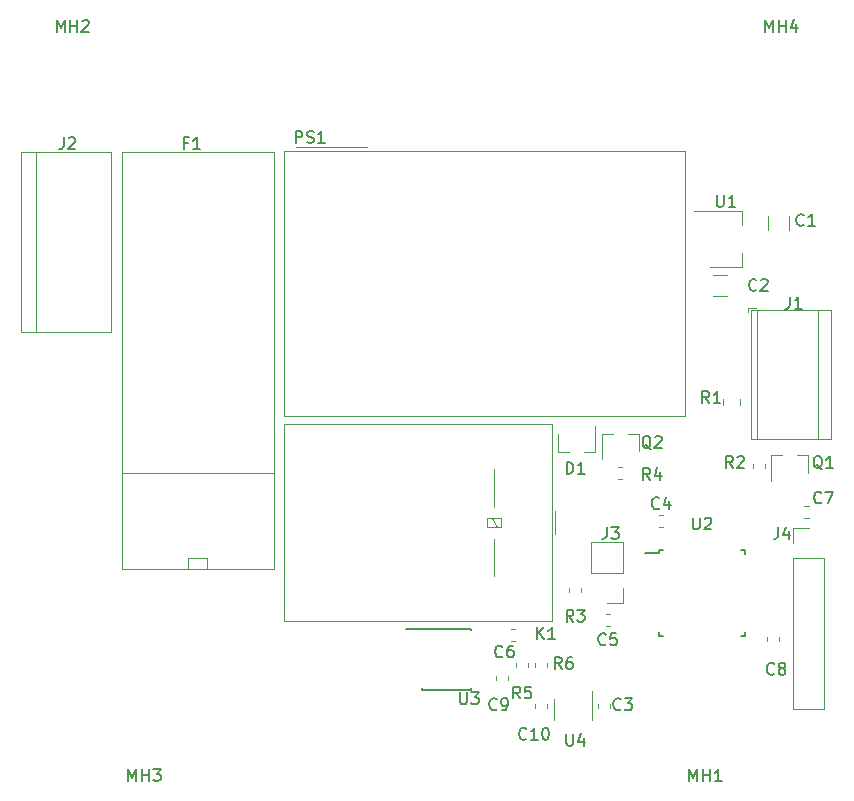
<source format=gto>
G04 #@! TF.GenerationSoftware,KiCad,Pcbnew,(5.0.0)*
G04 #@! TF.CreationDate,2019-01-27T17:49:07+01:00*
G04 #@! TF.ProjectId,HeaterControlIndication,486561746572436F6E74726F6C496E64,rev?*
G04 #@! TF.SameCoordinates,Original*
G04 #@! TF.FileFunction,Legend,Top*
G04 #@! TF.FilePolarity,Positive*
%FSLAX46Y46*%
G04 Gerber Fmt 4.6, Leading zero omitted, Abs format (unit mm)*
G04 Created by KiCad (PCBNEW (5.0.0)) date 01/27/19 17:49:07*
%MOMM*%
%LPD*%
G01*
G04 APERTURE LIST*
%ADD10C,0.120000*%
%ADD11C,0.150000*%
G04 APERTURE END LIST*
D10*
G04 #@! TO.C,C1*
X180603000Y-76276364D02*
X180603000Y-75072236D01*
X178783000Y-76276364D02*
X178783000Y-75072236D01*
G04 #@! TO.C,C2*
X174137936Y-80098300D02*
X175342064Y-80098300D01*
X174137936Y-81918300D02*
X175342064Y-81918300D01*
G04 #@! TO.C,C3*
X164428100Y-116461833D02*
X164428100Y-116804367D01*
X165448100Y-116461833D02*
X165448100Y-116804367D01*
G04 #@! TO.C,C4*
X169590293Y-100397960D02*
X169932827Y-100397960D01*
X169590293Y-101417960D02*
X169932827Y-101417960D01*
G04 #@! TO.C,C5*
X165072933Y-108769800D02*
X165415467Y-108769800D01*
X165072933Y-109789800D02*
X165415467Y-109789800D01*
G04 #@! TO.C,C6*
X157385267Y-111109300D02*
X157042733Y-111109300D01*
X157385267Y-110089300D02*
X157042733Y-110089300D01*
G04 #@! TO.C,C7*
X182246747Y-99630880D02*
X181904213Y-99630880D01*
X182246747Y-100650880D02*
X181904213Y-100650880D01*
G04 #@! TO.C,C8*
X178700360Y-111076667D02*
X178700360Y-110734133D01*
X179720360Y-111076667D02*
X179720360Y-110734133D01*
G04 #@! TO.C,C9*
X155804800Y-114098333D02*
X155804800Y-114440867D01*
X156824800Y-114098333D02*
X156824800Y-114440867D01*
G04 #@! TO.C,C10*
X159106800Y-116449133D02*
X159106800Y-116791667D01*
X160126800Y-116449133D02*
X160126800Y-116791667D01*
G04 #@! TO.C,D1*
X161044200Y-95065200D02*
X161044200Y-93605200D01*
X164204200Y-95065200D02*
X164204200Y-92905200D01*
X164204200Y-95065200D02*
X163274200Y-95065200D01*
X161044200Y-95065200D02*
X161974200Y-95065200D01*
G04 #@! TO.C,F1*
X131344000Y-104968300D02*
X131344000Y-104068300D01*
X131344000Y-104068300D02*
X129744000Y-104068300D01*
X129744000Y-104068300D02*
X129744000Y-104968300D01*
X136944000Y-96868300D02*
X124144000Y-96868300D01*
X136964000Y-69678300D02*
X136964000Y-105018300D01*
X136964000Y-69678300D02*
X124124000Y-69678300D01*
X124124000Y-105018300D02*
X136964000Y-105018300D01*
X124124000Y-105018300D02*
X124124000Y-69678300D01*
G04 #@! TO.C,J1*
X177912621Y-83112219D02*
X177912621Y-93973219D01*
X183012621Y-83112219D02*
X183012621Y-93973219D01*
X184132621Y-83112219D02*
X184132621Y-93973219D01*
X177392621Y-83112219D02*
X177392621Y-93973219D01*
X184132621Y-83112219D02*
X177392621Y-83112219D01*
X184132621Y-93973219D02*
X177392621Y-93973219D01*
X177792621Y-82872219D02*
X177152621Y-82872219D01*
X177152621Y-82872219D02*
X177152621Y-83272219D01*
G04 #@! TO.C,J2*
X115573200Y-69719300D02*
X123193200Y-69719300D01*
X115573200Y-84959300D02*
X123193200Y-84959300D01*
X116843200Y-69719300D02*
X116843200Y-84959300D01*
X123193200Y-69719300D02*
X123193200Y-84959300D01*
X115573200Y-69719300D02*
X115573200Y-84959300D01*
G04 #@! TO.C,J3*
X166529720Y-102717400D02*
X163869720Y-102717400D01*
X166529720Y-105317400D02*
X166529720Y-102717400D01*
X163869720Y-105317400D02*
X163869720Y-102717400D01*
X166529720Y-105317400D02*
X163869720Y-105317400D01*
X166529720Y-106587400D02*
X166529720Y-107917400D01*
X166529720Y-107917400D02*
X165199720Y-107917400D01*
G04 #@! TO.C,J4*
X180923280Y-116858200D02*
X183583280Y-116858200D01*
X180923280Y-104098200D02*
X180923280Y-116858200D01*
X183583280Y-104098200D02*
X183583280Y-116858200D01*
X180923280Y-104098200D02*
X183583280Y-104098200D01*
X180923280Y-102828200D02*
X180923280Y-101498200D01*
X180923280Y-101498200D02*
X182253280Y-101498200D01*
G04 #@! TO.C,K1*
X137799000Y-109424300D02*
X160499000Y-109424300D01*
X160499000Y-109424300D02*
X160499000Y-92724300D01*
X160499000Y-92724300D02*
X137799000Y-92724300D01*
X137799000Y-92724300D02*
X137799000Y-109424300D01*
X155449000Y-100724300D02*
X155849000Y-101424300D01*
X155049000Y-101424300D02*
X156249000Y-101424300D01*
X156249000Y-101424300D02*
X156249000Y-100724300D01*
X156249000Y-100724300D02*
X155049000Y-100724300D01*
X155049000Y-100724300D02*
X155049000Y-101424300D01*
X160759000Y-100074300D02*
X160759000Y-102074300D01*
X155649000Y-96574300D02*
X155649000Y-99724300D01*
X155649000Y-102424300D02*
X155649000Y-105574300D01*
G04 #@! TO.C,PS1*
X137861000Y-92081300D02*
X137861000Y-69641300D01*
X171801000Y-69641300D02*
X171801000Y-92081300D01*
X137861000Y-69641300D02*
X171801000Y-69641300D01*
X137861000Y-92081300D02*
X171801000Y-92081300D01*
X138831000Y-69311300D02*
X144831000Y-69311300D01*
G04 #@! TO.C,Q1*
X182215300Y-95388000D02*
X181285300Y-95388000D01*
X179055300Y-95388000D02*
X179985300Y-95388000D01*
X179055300Y-95388000D02*
X179055300Y-97548000D01*
X182215300Y-95388000D02*
X182215300Y-96848000D01*
G04 #@! TO.C,Q2*
X167887200Y-93545200D02*
X166957200Y-93545200D01*
X164727200Y-93545200D02*
X165657200Y-93545200D01*
X164727200Y-93545200D02*
X164727200Y-95705200D01*
X167887200Y-93545200D02*
X167887200Y-95005200D01*
G04 #@! TO.C,R1*
X176417700Y-90587148D02*
X176417700Y-91109652D01*
X174997700Y-90587148D02*
X174997700Y-91109652D01*
G04 #@! TO.C,R2*
X178531640Y-96466587D02*
X178531640Y-96124053D01*
X177511640Y-96466587D02*
X177511640Y-96124053D01*
G04 #@! TO.C,R3*
X162976680Y-106590093D02*
X162976680Y-106932627D01*
X161956680Y-106590093D02*
X161956680Y-106932627D01*
G04 #@! TO.C,R4*
X166124433Y-96387300D02*
X166466967Y-96387300D01*
X166124433Y-97407300D02*
X166466967Y-97407300D01*
G04 #@! TO.C,R5*
X157493900Y-113285167D02*
X157493900Y-112942633D01*
X158513900Y-113285167D02*
X158513900Y-112942633D01*
G04 #@! TO.C,R6*
X160126800Y-113285167D02*
X160126800Y-112942633D01*
X159106800Y-113285167D02*
X159106800Y-112942633D01*
G04 #@! TO.C,U1*
X176570800Y-78271300D02*
X176570800Y-79471300D01*
X176570800Y-79471300D02*
X173870800Y-79471300D01*
X172570800Y-74671300D02*
X176570800Y-74671300D01*
X176570800Y-74671300D02*
X176570800Y-75871300D01*
D11*
G04 #@! TO.C,U2*
X169585920Y-103415760D02*
X169585920Y-103640760D01*
X176835920Y-103415760D02*
X176835920Y-103715760D01*
X176835920Y-110665760D02*
X176835920Y-110365760D01*
X169585920Y-110665760D02*
X169585920Y-110365760D01*
X169585920Y-103415760D02*
X169885920Y-103415760D01*
X169585920Y-110665760D02*
X169885920Y-110665760D01*
X176835920Y-110665760D02*
X176535920Y-110665760D01*
X176835920Y-103415760D02*
X176535920Y-103415760D01*
X169585920Y-103640760D02*
X168360920Y-103640760D01*
G04 #@! TO.C,U3*
X149551000Y-110056300D02*
X149551000Y-110106300D01*
X153701000Y-110056300D02*
X153701000Y-110201300D01*
X153701000Y-115206300D02*
X153701000Y-115061300D01*
X149551000Y-115206300D02*
X149551000Y-115061300D01*
X149551000Y-110056300D02*
X153701000Y-110056300D01*
X149551000Y-115206300D02*
X153701000Y-115206300D01*
X149551000Y-110106300D02*
X148151000Y-110106300D01*
D10*
G04 #@! TO.C,U4*
X160686500Y-115987100D02*
X160686500Y-117787100D01*
X163906500Y-117787100D02*
X163906500Y-115337100D01*
G04 #@! TO.C,C1*
D11*
X181833333Y-75857142D02*
X181785714Y-75904761D01*
X181642857Y-75952380D01*
X181547619Y-75952380D01*
X181404761Y-75904761D01*
X181309523Y-75809523D01*
X181261904Y-75714285D01*
X181214285Y-75523809D01*
X181214285Y-75380952D01*
X181261904Y-75190476D01*
X181309523Y-75095238D01*
X181404761Y-75000000D01*
X181547619Y-74952380D01*
X181642857Y-74952380D01*
X181785714Y-75000000D01*
X181833333Y-75047619D01*
X182785714Y-75952380D02*
X182214285Y-75952380D01*
X182500000Y-75952380D02*
X182500000Y-74952380D01*
X182404761Y-75095238D01*
X182309523Y-75190476D01*
X182214285Y-75238095D01*
G04 #@! TO.C,C2*
X177833333Y-81357142D02*
X177785714Y-81404761D01*
X177642857Y-81452380D01*
X177547619Y-81452380D01*
X177404761Y-81404761D01*
X177309523Y-81309523D01*
X177261904Y-81214285D01*
X177214285Y-81023809D01*
X177214285Y-80880952D01*
X177261904Y-80690476D01*
X177309523Y-80595238D01*
X177404761Y-80500000D01*
X177547619Y-80452380D01*
X177642857Y-80452380D01*
X177785714Y-80500000D01*
X177833333Y-80547619D01*
X178214285Y-80547619D02*
X178261904Y-80500000D01*
X178357142Y-80452380D01*
X178595238Y-80452380D01*
X178690476Y-80500000D01*
X178738095Y-80547619D01*
X178785714Y-80642857D01*
X178785714Y-80738095D01*
X178738095Y-80880952D01*
X178166666Y-81452380D01*
X178785714Y-81452380D01*
G04 #@! TO.C,C3*
X166333333Y-116857142D02*
X166285714Y-116904761D01*
X166142857Y-116952380D01*
X166047619Y-116952380D01*
X165904761Y-116904761D01*
X165809523Y-116809523D01*
X165761904Y-116714285D01*
X165714285Y-116523809D01*
X165714285Y-116380952D01*
X165761904Y-116190476D01*
X165809523Y-116095238D01*
X165904761Y-116000000D01*
X166047619Y-115952380D01*
X166142857Y-115952380D01*
X166285714Y-116000000D01*
X166333333Y-116047619D01*
X166666666Y-115952380D02*
X167285714Y-115952380D01*
X166952380Y-116333333D01*
X167095238Y-116333333D01*
X167190476Y-116380952D01*
X167238095Y-116428571D01*
X167285714Y-116523809D01*
X167285714Y-116761904D01*
X167238095Y-116857142D01*
X167190476Y-116904761D01*
X167095238Y-116952380D01*
X166809523Y-116952380D01*
X166714285Y-116904761D01*
X166666666Y-116857142D01*
G04 #@! TO.C,C4*
X169594893Y-99835102D02*
X169547274Y-99882721D01*
X169404417Y-99930340D01*
X169309179Y-99930340D01*
X169166321Y-99882721D01*
X169071083Y-99787483D01*
X169023464Y-99692245D01*
X168975845Y-99501769D01*
X168975845Y-99358912D01*
X169023464Y-99168436D01*
X169071083Y-99073198D01*
X169166321Y-98977960D01*
X169309179Y-98930340D01*
X169404417Y-98930340D01*
X169547274Y-98977960D01*
X169594893Y-99025579D01*
X170452036Y-99263674D02*
X170452036Y-99930340D01*
X170213940Y-98882721D02*
X169975845Y-99597007D01*
X170594893Y-99597007D01*
G04 #@! TO.C,C5*
X165077533Y-111357142D02*
X165029914Y-111404761D01*
X164887057Y-111452380D01*
X164791819Y-111452380D01*
X164648961Y-111404761D01*
X164553723Y-111309523D01*
X164506104Y-111214285D01*
X164458485Y-111023809D01*
X164458485Y-110880952D01*
X164506104Y-110690476D01*
X164553723Y-110595238D01*
X164648961Y-110500000D01*
X164791819Y-110452380D01*
X164887057Y-110452380D01*
X165029914Y-110500000D01*
X165077533Y-110547619D01*
X165982295Y-110452380D02*
X165506104Y-110452380D01*
X165458485Y-110928571D01*
X165506104Y-110880952D01*
X165601342Y-110833333D01*
X165839438Y-110833333D01*
X165934676Y-110880952D01*
X165982295Y-110928571D01*
X166029914Y-111023809D01*
X166029914Y-111261904D01*
X165982295Y-111357142D01*
X165934676Y-111404761D01*
X165839438Y-111452380D01*
X165601342Y-111452380D01*
X165506104Y-111404761D01*
X165458485Y-111357142D01*
G04 #@! TO.C,C6*
X156333333Y-112386442D02*
X156285714Y-112434061D01*
X156142857Y-112481680D01*
X156047619Y-112481680D01*
X155904761Y-112434061D01*
X155809523Y-112338823D01*
X155761904Y-112243585D01*
X155714285Y-112053109D01*
X155714285Y-111910252D01*
X155761904Y-111719776D01*
X155809523Y-111624538D01*
X155904761Y-111529300D01*
X156047619Y-111481680D01*
X156142857Y-111481680D01*
X156285714Y-111529300D01*
X156333333Y-111576919D01*
X157190476Y-111481680D02*
X157000000Y-111481680D01*
X156904761Y-111529300D01*
X156857142Y-111576919D01*
X156761904Y-111719776D01*
X156714285Y-111910252D01*
X156714285Y-112291204D01*
X156761904Y-112386442D01*
X156809523Y-112434061D01*
X156904761Y-112481680D01*
X157095238Y-112481680D01*
X157190476Y-112434061D01*
X157238095Y-112386442D01*
X157285714Y-112291204D01*
X157285714Y-112053109D01*
X157238095Y-111957871D01*
X157190476Y-111910252D01*
X157095238Y-111862633D01*
X156904761Y-111862633D01*
X156809523Y-111910252D01*
X156761904Y-111957871D01*
X156714285Y-112053109D01*
G04 #@! TO.C,C7*
X183333333Y-99357142D02*
X183285714Y-99404761D01*
X183142857Y-99452380D01*
X183047619Y-99452380D01*
X182904761Y-99404761D01*
X182809523Y-99309523D01*
X182761904Y-99214285D01*
X182714285Y-99023809D01*
X182714285Y-98880952D01*
X182761904Y-98690476D01*
X182809523Y-98595238D01*
X182904761Y-98500000D01*
X183047619Y-98452380D01*
X183142857Y-98452380D01*
X183285714Y-98500000D01*
X183333333Y-98547619D01*
X183666666Y-98452380D02*
X184333333Y-98452380D01*
X183904761Y-99452380D01*
G04 #@! TO.C,C8*
X179333333Y-113857142D02*
X179285714Y-113904761D01*
X179142857Y-113952380D01*
X179047619Y-113952380D01*
X178904761Y-113904761D01*
X178809523Y-113809523D01*
X178761904Y-113714285D01*
X178714285Y-113523809D01*
X178714285Y-113380952D01*
X178761904Y-113190476D01*
X178809523Y-113095238D01*
X178904761Y-113000000D01*
X179047619Y-112952380D01*
X179142857Y-112952380D01*
X179285714Y-113000000D01*
X179333333Y-113047619D01*
X179904761Y-113380952D02*
X179809523Y-113333333D01*
X179761904Y-113285714D01*
X179714285Y-113190476D01*
X179714285Y-113142857D01*
X179761904Y-113047619D01*
X179809523Y-113000000D01*
X179904761Y-112952380D01*
X180095238Y-112952380D01*
X180190476Y-113000000D01*
X180238095Y-113047619D01*
X180285714Y-113142857D01*
X180285714Y-113190476D01*
X180238095Y-113285714D01*
X180190476Y-113333333D01*
X180095238Y-113380952D01*
X179904761Y-113380952D01*
X179809523Y-113428571D01*
X179761904Y-113476190D01*
X179714285Y-113571428D01*
X179714285Y-113761904D01*
X179761904Y-113857142D01*
X179809523Y-113904761D01*
X179904761Y-113952380D01*
X180095238Y-113952380D01*
X180190476Y-113904761D01*
X180238095Y-113857142D01*
X180285714Y-113761904D01*
X180285714Y-113571428D01*
X180238095Y-113476190D01*
X180190476Y-113428571D01*
X180095238Y-113380952D01*
G04 #@! TO.C,C9*
X155833333Y-116857142D02*
X155785714Y-116904761D01*
X155642857Y-116952380D01*
X155547619Y-116952380D01*
X155404761Y-116904761D01*
X155309523Y-116809523D01*
X155261904Y-116714285D01*
X155214285Y-116523809D01*
X155214285Y-116380952D01*
X155261904Y-116190476D01*
X155309523Y-116095238D01*
X155404761Y-116000000D01*
X155547619Y-115952380D01*
X155642857Y-115952380D01*
X155785714Y-116000000D01*
X155833333Y-116047619D01*
X156309523Y-116952380D02*
X156500000Y-116952380D01*
X156595238Y-116904761D01*
X156642857Y-116857142D01*
X156738095Y-116714285D01*
X156785714Y-116523809D01*
X156785714Y-116142857D01*
X156738095Y-116047619D01*
X156690476Y-116000000D01*
X156595238Y-115952380D01*
X156404761Y-115952380D01*
X156309523Y-116000000D01*
X156261904Y-116047619D01*
X156214285Y-116142857D01*
X156214285Y-116380952D01*
X156261904Y-116476190D01*
X156309523Y-116523809D01*
X156404761Y-116571428D01*
X156595238Y-116571428D01*
X156690476Y-116523809D01*
X156738095Y-116476190D01*
X156785714Y-116380952D01*
G04 #@! TO.C,C10*
X158357142Y-119357142D02*
X158309523Y-119404761D01*
X158166666Y-119452380D01*
X158071428Y-119452380D01*
X157928571Y-119404761D01*
X157833333Y-119309523D01*
X157785714Y-119214285D01*
X157738095Y-119023809D01*
X157738095Y-118880952D01*
X157785714Y-118690476D01*
X157833333Y-118595238D01*
X157928571Y-118500000D01*
X158071428Y-118452380D01*
X158166666Y-118452380D01*
X158309523Y-118500000D01*
X158357142Y-118547619D01*
X159309523Y-119452380D02*
X158738095Y-119452380D01*
X159023809Y-119452380D02*
X159023809Y-118452380D01*
X158928571Y-118595238D01*
X158833333Y-118690476D01*
X158738095Y-118738095D01*
X159928571Y-118452380D02*
X160023809Y-118452380D01*
X160119047Y-118500000D01*
X160166666Y-118547619D01*
X160214285Y-118642857D01*
X160261904Y-118833333D01*
X160261904Y-119071428D01*
X160214285Y-119261904D01*
X160166666Y-119357142D01*
X160119047Y-119404761D01*
X160023809Y-119452380D01*
X159928571Y-119452380D01*
X159833333Y-119404761D01*
X159785714Y-119357142D01*
X159738095Y-119261904D01*
X159690476Y-119071428D01*
X159690476Y-118833333D01*
X159738095Y-118642857D01*
X159785714Y-118547619D01*
X159833333Y-118500000D01*
X159928571Y-118452380D01*
G04 #@! TO.C,D1*
X161761904Y-96952380D02*
X161761904Y-95952380D01*
X162000000Y-95952380D01*
X162142857Y-96000000D01*
X162238095Y-96095238D01*
X162285714Y-96190476D01*
X162333333Y-96380952D01*
X162333333Y-96523809D01*
X162285714Y-96714285D01*
X162238095Y-96809523D01*
X162142857Y-96904761D01*
X162000000Y-96952380D01*
X161761904Y-96952380D01*
X163285714Y-96952380D02*
X162714285Y-96952380D01*
X163000000Y-96952380D02*
X163000000Y-95952380D01*
X162904761Y-96095238D01*
X162809523Y-96190476D01*
X162714285Y-96238095D01*
G04 #@! TO.C,F1*
X129666666Y-68928571D02*
X129333333Y-68928571D01*
X129333333Y-69452380D02*
X129333333Y-68452380D01*
X129809523Y-68452380D01*
X130714285Y-69452380D02*
X130142857Y-69452380D01*
X130428571Y-69452380D02*
X130428571Y-68452380D01*
X130333333Y-68595238D01*
X130238095Y-68690476D01*
X130142857Y-68738095D01*
G04 #@! TO.C,J1*
X180666666Y-81952380D02*
X180666666Y-82666666D01*
X180619047Y-82809523D01*
X180523809Y-82904761D01*
X180380952Y-82952380D01*
X180285714Y-82952380D01*
X181666666Y-82952380D02*
X181095238Y-82952380D01*
X181380952Y-82952380D02*
X181380952Y-81952380D01*
X181285714Y-82095238D01*
X181190476Y-82190476D01*
X181095238Y-82238095D01*
G04 #@! TO.C,J2*
X119166666Y-68452380D02*
X119166666Y-69166666D01*
X119119047Y-69309523D01*
X119023809Y-69404761D01*
X118880952Y-69452380D01*
X118785714Y-69452380D01*
X119595238Y-68547619D02*
X119642857Y-68500000D01*
X119738095Y-68452380D01*
X119976190Y-68452380D01*
X120071428Y-68500000D01*
X120119047Y-68547619D01*
X120166666Y-68642857D01*
X120166666Y-68738095D01*
X120119047Y-68880952D01*
X119547619Y-69452380D01*
X120166666Y-69452380D01*
G04 #@! TO.C,J3*
X165166666Y-101452380D02*
X165166666Y-102166666D01*
X165119047Y-102309523D01*
X165023809Y-102404761D01*
X164880952Y-102452380D01*
X164785714Y-102452380D01*
X165547619Y-101452380D02*
X166166666Y-101452380D01*
X165833333Y-101833333D01*
X165976190Y-101833333D01*
X166071428Y-101880952D01*
X166119047Y-101928571D01*
X166166666Y-102023809D01*
X166166666Y-102261904D01*
X166119047Y-102357142D01*
X166071428Y-102404761D01*
X165976190Y-102452380D01*
X165690476Y-102452380D01*
X165595238Y-102404761D01*
X165547619Y-102357142D01*
G04 #@! TO.C,J4*
X179666666Y-101452380D02*
X179666666Y-102166666D01*
X179619047Y-102309523D01*
X179523809Y-102404761D01*
X179380952Y-102452380D01*
X179285714Y-102452380D01*
X180571428Y-101785714D02*
X180571428Y-102452380D01*
X180333333Y-101404761D02*
X180095238Y-102119047D01*
X180714285Y-102119047D01*
G04 #@! TO.C,K1*
X159261904Y-110952380D02*
X159261904Y-109952380D01*
X159833333Y-110952380D02*
X159404761Y-110380952D01*
X159833333Y-109952380D02*
X159261904Y-110523809D01*
X160785714Y-110952380D02*
X160214285Y-110952380D01*
X160500000Y-110952380D02*
X160500000Y-109952380D01*
X160404761Y-110095238D01*
X160309523Y-110190476D01*
X160214285Y-110238095D01*
G04 #@! TO.C,MH1*
X172166666Y-122952380D02*
X172166666Y-121952380D01*
X172500000Y-122666666D01*
X172833333Y-121952380D01*
X172833333Y-122952380D01*
X173309523Y-122952380D02*
X173309523Y-121952380D01*
X173309523Y-122428571D02*
X173880952Y-122428571D01*
X173880952Y-122952380D02*
X173880952Y-121952380D01*
X174880952Y-122952380D02*
X174309523Y-122952380D01*
X174595238Y-122952380D02*
X174595238Y-121952380D01*
X174500000Y-122095238D01*
X174404761Y-122190476D01*
X174309523Y-122238095D01*
G04 #@! TO.C,MH2*
X118594766Y-59515180D02*
X118594766Y-58515180D01*
X118928100Y-59229466D01*
X119261433Y-58515180D01*
X119261433Y-59515180D01*
X119737623Y-59515180D02*
X119737623Y-58515180D01*
X119737623Y-58991371D02*
X120309052Y-58991371D01*
X120309052Y-59515180D02*
X120309052Y-58515180D01*
X120737623Y-58610419D02*
X120785242Y-58562800D01*
X120880480Y-58515180D01*
X121118576Y-58515180D01*
X121213814Y-58562800D01*
X121261433Y-58610419D01*
X121309052Y-58705657D01*
X121309052Y-58800895D01*
X121261433Y-58943752D01*
X120690004Y-59515180D01*
X121309052Y-59515180D01*
G04 #@! TO.C,MH3*
X124666666Y-122952380D02*
X124666666Y-121952380D01*
X125000000Y-122666666D01*
X125333333Y-121952380D01*
X125333333Y-122952380D01*
X125809523Y-122952380D02*
X125809523Y-121952380D01*
X125809523Y-122428571D02*
X126380952Y-122428571D01*
X126380952Y-122952380D02*
X126380952Y-121952380D01*
X126761904Y-121952380D02*
X127380952Y-121952380D01*
X127047619Y-122333333D01*
X127190476Y-122333333D01*
X127285714Y-122380952D01*
X127333333Y-122428571D01*
X127380952Y-122523809D01*
X127380952Y-122761904D01*
X127333333Y-122857142D01*
X127285714Y-122904761D01*
X127190476Y-122952380D01*
X126904761Y-122952380D01*
X126809523Y-122904761D01*
X126761904Y-122857142D01*
G04 #@! TO.C,MH4*
X178594766Y-59515180D02*
X178594766Y-58515180D01*
X178928100Y-59229466D01*
X179261433Y-58515180D01*
X179261433Y-59515180D01*
X179737623Y-59515180D02*
X179737623Y-58515180D01*
X179737623Y-58991371D02*
X180309052Y-58991371D01*
X180309052Y-59515180D02*
X180309052Y-58515180D01*
X181213814Y-58848514D02*
X181213814Y-59515180D01*
X180975719Y-58467561D02*
X180737623Y-59181847D01*
X181356671Y-59181847D01*
G04 #@! TO.C,PS1*
X138816714Y-68913680D02*
X138816714Y-67913680D01*
X139197666Y-67913680D01*
X139292904Y-67961300D01*
X139340523Y-68008919D01*
X139388142Y-68104157D01*
X139388142Y-68247014D01*
X139340523Y-68342252D01*
X139292904Y-68389871D01*
X139197666Y-68437490D01*
X138816714Y-68437490D01*
X139769095Y-68866061D02*
X139911952Y-68913680D01*
X140150047Y-68913680D01*
X140245285Y-68866061D01*
X140292904Y-68818442D01*
X140340523Y-68723204D01*
X140340523Y-68627966D01*
X140292904Y-68532728D01*
X140245285Y-68485109D01*
X140150047Y-68437490D01*
X139959571Y-68389871D01*
X139864333Y-68342252D01*
X139816714Y-68294633D01*
X139769095Y-68199395D01*
X139769095Y-68104157D01*
X139816714Y-68008919D01*
X139864333Y-67961300D01*
X139959571Y-67913680D01*
X140197666Y-67913680D01*
X140340523Y-67961300D01*
X141292904Y-68913680D02*
X140721476Y-68913680D01*
X141007190Y-68913680D02*
X141007190Y-67913680D01*
X140911952Y-68056538D01*
X140816714Y-68151776D01*
X140721476Y-68199395D01*
G04 #@! TO.C,Q1*
X183404761Y-96547619D02*
X183309523Y-96500000D01*
X183214285Y-96404761D01*
X183071428Y-96261904D01*
X182976190Y-96214285D01*
X182880952Y-96214285D01*
X182928571Y-96452380D02*
X182833333Y-96404761D01*
X182738095Y-96309523D01*
X182690476Y-96119047D01*
X182690476Y-95785714D01*
X182738095Y-95595238D01*
X182833333Y-95500000D01*
X182928571Y-95452380D01*
X183119047Y-95452380D01*
X183214285Y-95500000D01*
X183309523Y-95595238D01*
X183357142Y-95785714D01*
X183357142Y-96119047D01*
X183309523Y-96309523D01*
X183214285Y-96404761D01*
X183119047Y-96452380D01*
X182928571Y-96452380D01*
X184309523Y-96452380D02*
X183738095Y-96452380D01*
X184023809Y-96452380D02*
X184023809Y-95452380D01*
X183928571Y-95595238D01*
X183833333Y-95690476D01*
X183738095Y-95738095D01*
G04 #@! TO.C,Q2*
X168904761Y-94852819D02*
X168809523Y-94805200D01*
X168714285Y-94709961D01*
X168571428Y-94567104D01*
X168476190Y-94519485D01*
X168380952Y-94519485D01*
X168428571Y-94757580D02*
X168333333Y-94709961D01*
X168238095Y-94614723D01*
X168190476Y-94424247D01*
X168190476Y-94090914D01*
X168238095Y-93900438D01*
X168333333Y-93805200D01*
X168428571Y-93757580D01*
X168619047Y-93757580D01*
X168714285Y-93805200D01*
X168809523Y-93900438D01*
X168857142Y-94090914D01*
X168857142Y-94424247D01*
X168809523Y-94614723D01*
X168714285Y-94709961D01*
X168619047Y-94757580D01*
X168428571Y-94757580D01*
X169238095Y-93852819D02*
X169285714Y-93805200D01*
X169380952Y-93757580D01*
X169619047Y-93757580D01*
X169714285Y-93805200D01*
X169761904Y-93852819D01*
X169809523Y-93948057D01*
X169809523Y-94043295D01*
X169761904Y-94186152D01*
X169190476Y-94757580D01*
X169809523Y-94757580D01*
G04 #@! TO.C,R1*
X173833333Y-90952380D02*
X173500000Y-90476190D01*
X173261904Y-90952380D02*
X173261904Y-89952380D01*
X173642857Y-89952380D01*
X173738095Y-90000000D01*
X173785714Y-90047619D01*
X173833333Y-90142857D01*
X173833333Y-90285714D01*
X173785714Y-90380952D01*
X173738095Y-90428571D01*
X173642857Y-90476190D01*
X173261904Y-90476190D01*
X174785714Y-90952380D02*
X174214285Y-90952380D01*
X174500000Y-90952380D02*
X174500000Y-89952380D01*
X174404761Y-90095238D01*
X174309523Y-90190476D01*
X174214285Y-90238095D01*
G04 #@! TO.C,R2*
X175833333Y-96452380D02*
X175500000Y-95976190D01*
X175261904Y-96452380D02*
X175261904Y-95452380D01*
X175642857Y-95452380D01*
X175738095Y-95500000D01*
X175785714Y-95547619D01*
X175833333Y-95642857D01*
X175833333Y-95785714D01*
X175785714Y-95880952D01*
X175738095Y-95928571D01*
X175642857Y-95976190D01*
X175261904Y-95976190D01*
X176214285Y-95547619D02*
X176261904Y-95500000D01*
X176357142Y-95452380D01*
X176595238Y-95452380D01*
X176690476Y-95500000D01*
X176738095Y-95547619D01*
X176785714Y-95642857D01*
X176785714Y-95738095D01*
X176738095Y-95880952D01*
X176166666Y-96452380D01*
X176785714Y-96452380D01*
G04 #@! TO.C,R3*
X162333333Y-109452380D02*
X162000000Y-108976190D01*
X161761904Y-109452380D02*
X161761904Y-108452380D01*
X162142857Y-108452380D01*
X162238095Y-108500000D01*
X162285714Y-108547619D01*
X162333333Y-108642857D01*
X162333333Y-108785714D01*
X162285714Y-108880952D01*
X162238095Y-108928571D01*
X162142857Y-108976190D01*
X161761904Y-108976190D01*
X162666666Y-108452380D02*
X163285714Y-108452380D01*
X162952380Y-108833333D01*
X163095238Y-108833333D01*
X163190476Y-108880952D01*
X163238095Y-108928571D01*
X163285714Y-109023809D01*
X163285714Y-109261904D01*
X163238095Y-109357142D01*
X163190476Y-109404761D01*
X163095238Y-109452380D01*
X162809523Y-109452380D01*
X162714285Y-109404761D01*
X162666666Y-109357142D01*
G04 #@! TO.C,R4*
X168833333Y-97452380D02*
X168500000Y-96976190D01*
X168261904Y-97452380D02*
X168261904Y-96452380D01*
X168642857Y-96452380D01*
X168738095Y-96500000D01*
X168785714Y-96547619D01*
X168833333Y-96642857D01*
X168833333Y-96785714D01*
X168785714Y-96880952D01*
X168738095Y-96928571D01*
X168642857Y-96976190D01*
X168261904Y-96976190D01*
X169690476Y-96785714D02*
X169690476Y-97452380D01*
X169452380Y-96404761D02*
X169214285Y-97119047D01*
X169833333Y-97119047D01*
G04 #@! TO.C,R5*
X157833333Y-115952380D02*
X157500000Y-115476190D01*
X157261904Y-115952380D02*
X157261904Y-114952380D01*
X157642857Y-114952380D01*
X157738095Y-115000000D01*
X157785714Y-115047619D01*
X157833333Y-115142857D01*
X157833333Y-115285714D01*
X157785714Y-115380952D01*
X157738095Y-115428571D01*
X157642857Y-115476190D01*
X157261904Y-115476190D01*
X158738095Y-114952380D02*
X158261904Y-114952380D01*
X158214285Y-115428571D01*
X158261904Y-115380952D01*
X158357142Y-115333333D01*
X158595238Y-115333333D01*
X158690476Y-115380952D01*
X158738095Y-115428571D01*
X158785714Y-115523809D01*
X158785714Y-115761904D01*
X158738095Y-115857142D01*
X158690476Y-115904761D01*
X158595238Y-115952380D01*
X158357142Y-115952380D01*
X158261904Y-115904761D01*
X158214285Y-115857142D01*
G04 #@! TO.C,R6*
X161333333Y-113452380D02*
X161000000Y-112976190D01*
X160761904Y-113452380D02*
X160761904Y-112452380D01*
X161142857Y-112452380D01*
X161238095Y-112500000D01*
X161285714Y-112547619D01*
X161333333Y-112642857D01*
X161333333Y-112785714D01*
X161285714Y-112880952D01*
X161238095Y-112928571D01*
X161142857Y-112976190D01*
X160761904Y-112976190D01*
X162190476Y-112452380D02*
X162000000Y-112452380D01*
X161904761Y-112500000D01*
X161857142Y-112547619D01*
X161761904Y-112690476D01*
X161714285Y-112880952D01*
X161714285Y-113261904D01*
X161761904Y-113357142D01*
X161809523Y-113404761D01*
X161904761Y-113452380D01*
X162095238Y-113452380D01*
X162190476Y-113404761D01*
X162238095Y-113357142D01*
X162285714Y-113261904D01*
X162285714Y-113023809D01*
X162238095Y-112928571D01*
X162190476Y-112880952D01*
X162095238Y-112833333D01*
X161904761Y-112833333D01*
X161809523Y-112880952D01*
X161761904Y-112928571D01*
X161714285Y-113023809D01*
G04 #@! TO.C,U1*
X174478895Y-73323680D02*
X174478895Y-74133204D01*
X174526514Y-74228442D01*
X174574133Y-74276061D01*
X174669371Y-74323680D01*
X174859847Y-74323680D01*
X174955085Y-74276061D01*
X175002704Y-74228442D01*
X175050323Y-74133204D01*
X175050323Y-73323680D01*
X176050323Y-74323680D02*
X175478895Y-74323680D01*
X175764609Y-74323680D02*
X175764609Y-73323680D01*
X175669371Y-73466538D01*
X175574133Y-73561776D01*
X175478895Y-73609395D01*
G04 #@! TO.C,U2*
X172449015Y-100643140D02*
X172449015Y-101452664D01*
X172496634Y-101547902D01*
X172544253Y-101595521D01*
X172639491Y-101643140D01*
X172829967Y-101643140D01*
X172925205Y-101595521D01*
X172972824Y-101547902D01*
X173020443Y-101452664D01*
X173020443Y-100643140D01*
X173449015Y-100738379D02*
X173496634Y-100690760D01*
X173591872Y-100643140D01*
X173829967Y-100643140D01*
X173925205Y-100690760D01*
X173972824Y-100738379D01*
X174020443Y-100833617D01*
X174020443Y-100928855D01*
X173972824Y-101071712D01*
X173401396Y-101643140D01*
X174020443Y-101643140D01*
G04 #@! TO.C,U3*
X152738095Y-115452380D02*
X152738095Y-116261904D01*
X152785714Y-116357142D01*
X152833333Y-116404761D01*
X152928571Y-116452380D01*
X153119047Y-116452380D01*
X153214285Y-116404761D01*
X153261904Y-116357142D01*
X153309523Y-116261904D01*
X153309523Y-115452380D01*
X153690476Y-115452380D02*
X154309523Y-115452380D01*
X153976190Y-115833333D01*
X154119047Y-115833333D01*
X154214285Y-115880952D01*
X154261904Y-115928571D01*
X154309523Y-116023809D01*
X154309523Y-116261904D01*
X154261904Y-116357142D01*
X154214285Y-116404761D01*
X154119047Y-116452380D01*
X153833333Y-116452380D01*
X153738095Y-116404761D01*
X153690476Y-116357142D01*
G04 #@! TO.C,U4*
X161738095Y-118952380D02*
X161738095Y-119761904D01*
X161785714Y-119857142D01*
X161833333Y-119904761D01*
X161928571Y-119952380D01*
X162119047Y-119952380D01*
X162214285Y-119904761D01*
X162261904Y-119857142D01*
X162309523Y-119761904D01*
X162309523Y-118952380D01*
X163214285Y-119285714D02*
X163214285Y-119952380D01*
X162976190Y-118904761D02*
X162738095Y-119619047D01*
X163357142Y-119619047D01*
G04 #@! TD*
M02*

</source>
